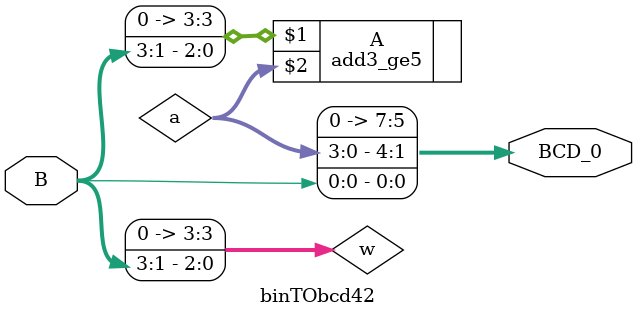
<source format=v>
`timescale 1ns / 1ps

module binTObcd42(
						input [3:0] B,
						output wire [7:0] BCD_0
					  );
		
		wire [3:0] w,a;
		
		assign w = {1'b0,B[3:1]};
		
		add3_ge5 A(w,a);
		
		assign BCD_0 = {3'b0,a[3:0],B[0]};

endmodule

</source>
